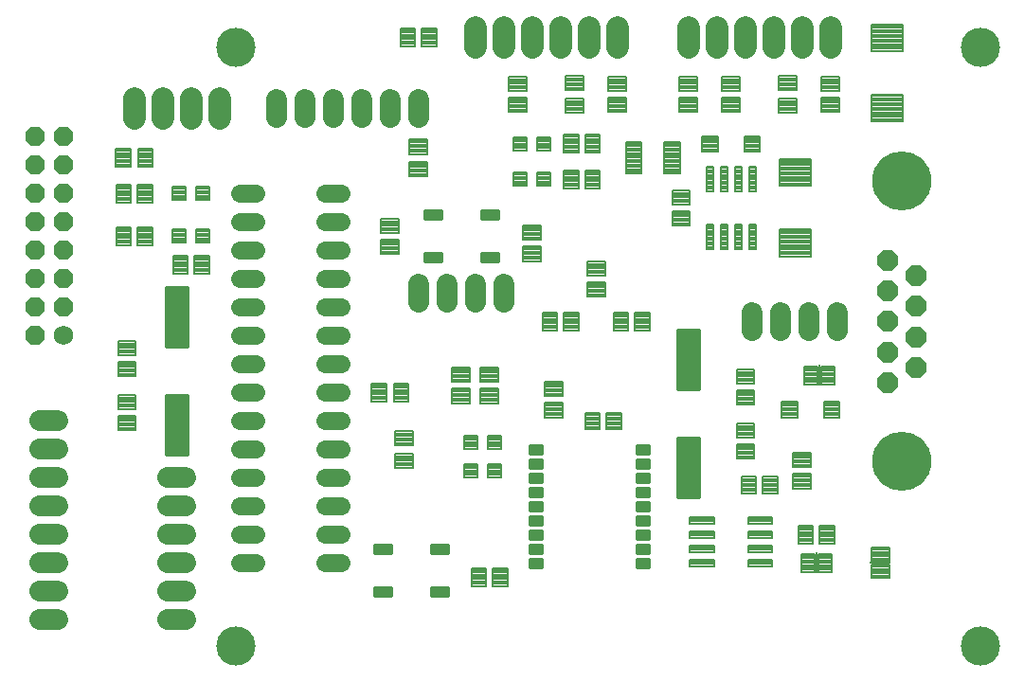
<source format=gts>
G75*
G70*
%OFA0B0*%
%FSLAX24Y24*%
%IPPOS*%
%LPD*%
%AMOC8*
5,1,8,0,0,1.08239X$1,22.5*
%
%ADD10C,0.0680*%
%ADD11OC8,0.0680*%
%ADD12C,0.0083*%
%ADD13C,0.0640*%
%ADD14C,0.0720*%
%ADD15C,0.0084*%
%ADD16C,0.0082*%
%ADD17C,0.0084*%
%ADD18C,0.0082*%
%ADD19C,0.0792*%
%ADD20OC8,0.0720*%
%ADD21C,0.2080*%
%ADD22C,0.0081*%
%ADD23R,0.0060X0.0720*%
%ADD24R,0.0720X0.0060*%
%ADD25C,0.0082*%
%ADD26C,0.1380*%
D10*
X004399Y013585D03*
D11*
X003399Y013585D03*
X003399Y014585D03*
X004399Y014585D03*
X004399Y015585D03*
X003399Y015585D03*
X003399Y016585D03*
X004399Y016585D03*
X004399Y017585D03*
X003399Y017585D03*
X003399Y018585D03*
X004399Y018585D03*
X004399Y019585D03*
X003399Y019585D03*
X003399Y020585D03*
X004399Y020585D03*
D12*
X006251Y019521D02*
X006761Y019521D01*
X006251Y019521D02*
X006251Y020149D01*
X006761Y020149D01*
X006761Y019521D01*
X006761Y019603D02*
X006251Y019603D01*
X006251Y019685D02*
X006761Y019685D01*
X006761Y019767D02*
X006251Y019767D01*
X006251Y019849D02*
X006761Y019849D01*
X006761Y019931D02*
X006251Y019931D01*
X006251Y020013D02*
X006761Y020013D01*
X006761Y020095D02*
X006251Y020095D01*
X007038Y019521D02*
X007548Y019521D01*
X007038Y019521D02*
X007038Y020149D01*
X007548Y020149D01*
X007548Y019521D01*
X007548Y019603D02*
X007038Y019603D01*
X007038Y019685D02*
X007548Y019685D01*
X007548Y019767D02*
X007038Y019767D01*
X007038Y019849D02*
X007548Y019849D01*
X007548Y019931D02*
X007038Y019931D01*
X007038Y020013D02*
X007548Y020013D01*
X007548Y020095D02*
X007038Y020095D01*
X007018Y018271D02*
X007528Y018271D01*
X007018Y018271D02*
X007018Y018899D01*
X007528Y018899D01*
X007528Y018271D01*
X007528Y018353D02*
X007018Y018353D01*
X007018Y018435D02*
X007528Y018435D01*
X007528Y018517D02*
X007018Y018517D01*
X007018Y018599D02*
X007528Y018599D01*
X007528Y018681D02*
X007018Y018681D01*
X007018Y018763D02*
X007528Y018763D01*
X007528Y018845D02*
X007018Y018845D01*
X006780Y018271D02*
X006270Y018271D01*
X006270Y018899D01*
X006780Y018899D01*
X006780Y018271D01*
X006780Y018353D02*
X006270Y018353D01*
X006270Y018435D02*
X006780Y018435D01*
X006780Y018517D02*
X006270Y018517D01*
X006270Y018599D02*
X006780Y018599D01*
X006780Y018681D02*
X006270Y018681D01*
X006270Y018763D02*
X006780Y018763D01*
X006780Y018845D02*
X006270Y018845D01*
X008721Y018820D02*
X008721Y018350D01*
X008251Y018350D01*
X008251Y018820D01*
X008721Y018820D01*
X008721Y018432D02*
X008251Y018432D01*
X008251Y018514D02*
X008721Y018514D01*
X008721Y018596D02*
X008251Y018596D01*
X008251Y018678D02*
X008721Y018678D01*
X008721Y018760D02*
X008251Y018760D01*
X009548Y018820D02*
X009548Y018350D01*
X009078Y018350D01*
X009078Y018820D01*
X009548Y018820D01*
X009548Y018432D02*
X009078Y018432D01*
X009078Y018514D02*
X009548Y018514D01*
X009548Y018596D02*
X009078Y018596D01*
X009078Y018678D02*
X009548Y018678D01*
X009548Y018760D02*
X009078Y018760D01*
X009078Y017320D02*
X009078Y016850D01*
X009078Y017320D02*
X009548Y017320D01*
X009548Y016850D01*
X009078Y016850D01*
X009078Y016932D02*
X009548Y016932D01*
X009548Y017014D02*
X009078Y017014D01*
X009078Y017096D02*
X009548Y017096D01*
X009548Y017178D02*
X009078Y017178D01*
X009078Y017260D02*
X009548Y017260D01*
X008251Y017320D02*
X008251Y016850D01*
X008251Y017320D02*
X008721Y017320D01*
X008721Y016850D01*
X008251Y016850D01*
X008251Y016932D02*
X008721Y016932D01*
X008721Y017014D02*
X008251Y017014D01*
X008251Y017096D02*
X008721Y017096D01*
X008721Y017178D02*
X008251Y017178D01*
X008251Y017260D02*
X008721Y017260D01*
X007528Y016771D02*
X007018Y016771D01*
X007018Y017399D01*
X007528Y017399D01*
X007528Y016771D01*
X007528Y016853D02*
X007018Y016853D01*
X007018Y016935D02*
X007528Y016935D01*
X007528Y017017D02*
X007018Y017017D01*
X007018Y017099D02*
X007528Y017099D01*
X007528Y017181D02*
X007018Y017181D01*
X007018Y017263D02*
X007528Y017263D01*
X007528Y017345D02*
X007018Y017345D01*
X006780Y016771D02*
X006270Y016771D01*
X006270Y017399D01*
X006780Y017399D01*
X006780Y016771D01*
X006780Y016853D02*
X006270Y016853D01*
X006270Y016935D02*
X006780Y016935D01*
X006780Y017017D02*
X006270Y017017D01*
X006270Y017099D02*
X006780Y017099D01*
X006780Y017181D02*
X006270Y017181D01*
X006270Y017263D02*
X006780Y017263D01*
X006780Y017345D02*
X006270Y017345D01*
X008270Y016399D02*
X008780Y016399D01*
X008780Y015771D01*
X008270Y015771D01*
X008270Y016399D01*
X008270Y015853D02*
X008780Y015853D01*
X008780Y015935D02*
X008270Y015935D01*
X008270Y016017D02*
X008780Y016017D01*
X008780Y016099D02*
X008270Y016099D01*
X008270Y016181D02*
X008780Y016181D01*
X008780Y016263D02*
X008270Y016263D01*
X008270Y016345D02*
X008780Y016345D01*
X009018Y016399D02*
X009528Y016399D01*
X009528Y015771D01*
X009018Y015771D01*
X009018Y016399D01*
X009018Y015853D02*
X009528Y015853D01*
X009528Y015935D02*
X009018Y015935D01*
X009018Y016017D02*
X009528Y016017D01*
X009528Y016099D02*
X009018Y016099D01*
X009018Y016181D02*
X009528Y016181D01*
X009528Y016263D02*
X009018Y016263D01*
X009018Y016345D02*
X009528Y016345D01*
X006943Y013414D02*
X006943Y012904D01*
X006355Y012904D01*
X006355Y013414D01*
X006943Y013414D01*
X006943Y012986D02*
X006355Y012986D01*
X006355Y013068D02*
X006943Y013068D01*
X006943Y013150D02*
X006355Y013150D01*
X006355Y013232D02*
X006943Y013232D01*
X006943Y013314D02*
X006355Y013314D01*
X006355Y013396D02*
X006943Y013396D01*
X006943Y012666D02*
X006943Y012156D01*
X006355Y012156D01*
X006355Y012666D01*
X006943Y012666D01*
X006943Y012238D02*
X006355Y012238D01*
X006355Y012320D02*
X006943Y012320D01*
X006943Y012402D02*
X006355Y012402D01*
X006355Y012484D02*
X006943Y012484D01*
X006943Y012566D02*
X006355Y012566D01*
X006355Y012648D02*
X006943Y012648D01*
X006355Y011514D02*
X006355Y011004D01*
X006355Y011514D02*
X006943Y011514D01*
X006943Y011004D01*
X006355Y011004D01*
X006355Y011086D02*
X006943Y011086D01*
X006943Y011168D02*
X006355Y011168D01*
X006355Y011250D02*
X006943Y011250D01*
X006943Y011332D02*
X006355Y011332D01*
X006355Y011414D02*
X006943Y011414D01*
X006943Y011496D02*
X006355Y011496D01*
X006355Y010766D02*
X006355Y010256D01*
X006355Y010766D02*
X006943Y010766D01*
X006943Y010256D01*
X006355Y010256D01*
X006355Y010338D02*
X006943Y010338D01*
X006943Y010420D02*
X006355Y010420D01*
X006355Y010502D02*
X006943Y010502D01*
X006943Y010584D02*
X006355Y010584D01*
X006355Y010666D02*
X006943Y010666D01*
X006943Y010748D02*
X006355Y010748D01*
X015251Y011271D02*
X015761Y011271D01*
X015251Y011271D02*
X015251Y011899D01*
X015761Y011899D01*
X015761Y011271D01*
X015761Y011353D02*
X015251Y011353D01*
X015251Y011435D02*
X015761Y011435D01*
X015761Y011517D02*
X015251Y011517D01*
X015251Y011599D02*
X015761Y011599D01*
X015761Y011681D02*
X015251Y011681D01*
X015251Y011763D02*
X015761Y011763D01*
X015761Y011845D02*
X015251Y011845D01*
X016038Y011271D02*
X016548Y011271D01*
X016038Y011271D02*
X016038Y011899D01*
X016548Y011899D01*
X016548Y011271D01*
X016548Y011353D02*
X016038Y011353D01*
X016038Y011435D02*
X016548Y011435D01*
X016548Y011517D02*
X016038Y011517D01*
X016038Y011599D02*
X016548Y011599D01*
X016548Y011681D02*
X016038Y011681D01*
X016038Y011763D02*
X016548Y011763D01*
X016548Y011845D02*
X016038Y011845D01*
X018713Y011954D02*
X018713Y012464D01*
X018713Y011954D02*
X018085Y011954D01*
X018085Y012464D01*
X018713Y012464D01*
X018713Y012036D02*
X018085Y012036D01*
X018085Y012118D02*
X018713Y012118D01*
X018713Y012200D02*
X018085Y012200D01*
X018085Y012282D02*
X018713Y012282D01*
X018713Y012364D02*
X018085Y012364D01*
X018085Y012446D02*
X018713Y012446D01*
X019713Y012464D02*
X019713Y011954D01*
X019085Y011954D01*
X019085Y012464D01*
X019713Y012464D01*
X019713Y012036D02*
X019085Y012036D01*
X019085Y012118D02*
X019713Y012118D01*
X019713Y012200D02*
X019085Y012200D01*
X019085Y012282D02*
X019713Y012282D01*
X019713Y012364D02*
X019085Y012364D01*
X019085Y012446D02*
X019713Y012446D01*
X019713Y011716D02*
X019713Y011206D01*
X019085Y011206D01*
X019085Y011716D01*
X019713Y011716D01*
X019713Y011288D02*
X019085Y011288D01*
X019085Y011370D02*
X019713Y011370D01*
X019713Y011452D02*
X019085Y011452D01*
X019085Y011534D02*
X019713Y011534D01*
X019713Y011616D02*
X019085Y011616D01*
X019085Y011698D02*
X019713Y011698D01*
X018713Y011716D02*
X018713Y011206D01*
X018085Y011206D01*
X018085Y011716D01*
X018713Y011716D01*
X018713Y011288D02*
X018085Y011288D01*
X018085Y011370D02*
X018713Y011370D01*
X018713Y011452D02*
X018085Y011452D01*
X018085Y011534D02*
X018713Y011534D01*
X018713Y011616D02*
X018085Y011616D01*
X018085Y011698D02*
X018713Y011698D01*
X018501Y010070D02*
X018501Y009600D01*
X018501Y010070D02*
X018971Y010070D01*
X018971Y009600D01*
X018501Y009600D01*
X018501Y009682D02*
X018971Y009682D01*
X018971Y009764D02*
X018501Y009764D01*
X018501Y009846D02*
X018971Y009846D01*
X018971Y009928D02*
X018501Y009928D01*
X018501Y010010D02*
X018971Y010010D01*
X019328Y010070D02*
X019328Y009600D01*
X019328Y010070D02*
X019798Y010070D01*
X019798Y009600D01*
X019328Y009600D01*
X019328Y009682D02*
X019798Y009682D01*
X019798Y009764D02*
X019328Y009764D01*
X019328Y009846D02*
X019798Y009846D01*
X019798Y009928D02*
X019328Y009928D01*
X019328Y010010D02*
X019798Y010010D01*
X019328Y009070D02*
X019328Y008600D01*
X019328Y009070D02*
X019798Y009070D01*
X019798Y008600D01*
X019328Y008600D01*
X019328Y008682D02*
X019798Y008682D01*
X019798Y008764D02*
X019328Y008764D01*
X019328Y008846D02*
X019798Y008846D01*
X019798Y008928D02*
X019328Y008928D01*
X019328Y009010D02*
X019798Y009010D01*
X018501Y009070D02*
X018501Y008600D01*
X018501Y009070D02*
X018971Y009070D01*
X018971Y008600D01*
X018501Y008600D01*
X018501Y008682D02*
X018971Y008682D01*
X018971Y008764D02*
X018501Y008764D01*
X018501Y008846D02*
X018971Y008846D01*
X018971Y008928D02*
X018501Y008928D01*
X018501Y009010D02*
X018971Y009010D01*
X016085Y008937D02*
X016085Y009447D01*
X016713Y009447D01*
X016713Y008937D01*
X016085Y008937D01*
X016085Y009019D02*
X016713Y009019D01*
X016713Y009101D02*
X016085Y009101D01*
X016085Y009183D02*
X016713Y009183D01*
X016713Y009265D02*
X016085Y009265D01*
X016085Y009347D02*
X016713Y009347D01*
X016713Y009429D02*
X016085Y009429D01*
X016085Y009724D02*
X016085Y010234D01*
X016713Y010234D01*
X016713Y009724D01*
X016085Y009724D01*
X016085Y009806D02*
X016713Y009806D01*
X016713Y009888D02*
X016085Y009888D01*
X016085Y009970D02*
X016713Y009970D01*
X016713Y010052D02*
X016085Y010052D01*
X016085Y010134D02*
X016713Y010134D01*
X016713Y010216D02*
X016085Y010216D01*
X021963Y010706D02*
X021963Y011216D01*
X021963Y010706D02*
X021335Y010706D01*
X021335Y011216D01*
X021963Y011216D01*
X021963Y010788D02*
X021335Y010788D01*
X021335Y010870D02*
X021963Y010870D01*
X021963Y010952D02*
X021335Y010952D01*
X021335Y011034D02*
X021963Y011034D01*
X021963Y011116D02*
X021335Y011116D01*
X021335Y011198D02*
X021963Y011198D01*
X021963Y011454D02*
X021963Y011964D01*
X021963Y011454D02*
X021335Y011454D01*
X021335Y011964D01*
X021963Y011964D01*
X021963Y011536D02*
X021335Y011536D01*
X021335Y011618D02*
X021963Y011618D01*
X021963Y011700D02*
X021335Y011700D01*
X021335Y011782D02*
X021963Y011782D01*
X021963Y011864D02*
X021335Y011864D01*
X021335Y011946D02*
X021963Y011946D01*
X022770Y010879D02*
X023280Y010879D01*
X023280Y010291D01*
X022770Y010291D01*
X022770Y010879D01*
X022770Y010373D02*
X023280Y010373D01*
X023280Y010455D02*
X022770Y010455D01*
X022770Y010537D02*
X023280Y010537D01*
X023280Y010619D02*
X022770Y010619D01*
X022770Y010701D02*
X023280Y010701D01*
X023280Y010783D02*
X022770Y010783D01*
X022770Y010865D02*
X023280Y010865D01*
X023518Y010879D02*
X024028Y010879D01*
X024028Y010291D01*
X023518Y010291D01*
X023518Y010879D01*
X023518Y010373D02*
X024028Y010373D01*
X024028Y010455D02*
X023518Y010455D01*
X023518Y010537D02*
X024028Y010537D01*
X024028Y010619D02*
X023518Y010619D01*
X023518Y010701D02*
X024028Y010701D01*
X024028Y010783D02*
X023518Y010783D01*
X023518Y010865D02*
X024028Y010865D01*
X028693Y011156D02*
X028693Y011666D01*
X028693Y011156D02*
X028105Y011156D01*
X028105Y011666D01*
X028693Y011666D01*
X028693Y011238D02*
X028105Y011238D01*
X028105Y011320D02*
X028693Y011320D01*
X028693Y011402D02*
X028105Y011402D01*
X028105Y011484D02*
X028693Y011484D01*
X028693Y011566D02*
X028105Y011566D01*
X028105Y011648D02*
X028693Y011648D01*
X028693Y011904D02*
X028693Y012414D01*
X028693Y011904D02*
X028105Y011904D01*
X028105Y012414D01*
X028693Y012414D01*
X028693Y011986D02*
X028105Y011986D01*
X028105Y012068D02*
X028693Y012068D01*
X028693Y012150D02*
X028105Y012150D01*
X028105Y012232D02*
X028693Y012232D01*
X028693Y012314D02*
X028105Y012314D01*
X028105Y012396D02*
X028693Y012396D01*
X028105Y010514D02*
X028105Y010004D01*
X028105Y010514D02*
X028693Y010514D01*
X028693Y010004D01*
X028105Y010004D01*
X028105Y010086D02*
X028693Y010086D01*
X028693Y010168D02*
X028105Y010168D01*
X028105Y010250D02*
X028693Y010250D01*
X028693Y010332D02*
X028105Y010332D01*
X028105Y010414D02*
X028693Y010414D01*
X028693Y010496D02*
X028105Y010496D01*
X028105Y009766D02*
X028105Y009256D01*
X028105Y009766D02*
X028693Y009766D01*
X028693Y009256D01*
X028105Y009256D01*
X028105Y009338D02*
X028693Y009338D01*
X028693Y009420D02*
X028105Y009420D01*
X028105Y009502D02*
X028693Y009502D01*
X028693Y009584D02*
X028105Y009584D01*
X028105Y009666D02*
X028693Y009666D01*
X028693Y009748D02*
X028105Y009748D01*
X028270Y008629D02*
X028780Y008629D01*
X028780Y008041D01*
X028270Y008041D01*
X028270Y008629D01*
X028270Y008123D02*
X028780Y008123D01*
X028780Y008205D02*
X028270Y008205D01*
X028270Y008287D02*
X028780Y008287D01*
X028780Y008369D02*
X028270Y008369D01*
X028270Y008451D02*
X028780Y008451D01*
X028780Y008533D02*
X028270Y008533D01*
X028270Y008615D02*
X028780Y008615D01*
X029018Y008629D02*
X029528Y008629D01*
X029528Y008041D01*
X029018Y008041D01*
X029018Y008629D01*
X029018Y008123D02*
X029528Y008123D01*
X029528Y008205D02*
X029018Y008205D01*
X029018Y008287D02*
X029528Y008287D01*
X029528Y008369D02*
X029018Y008369D01*
X029018Y008451D02*
X029528Y008451D01*
X029528Y008533D02*
X029018Y008533D01*
X029018Y008615D02*
X029528Y008615D01*
X030085Y008716D02*
X030085Y008206D01*
X030085Y008716D02*
X030713Y008716D01*
X030713Y008206D01*
X030085Y008206D01*
X030085Y008288D02*
X030713Y008288D01*
X030713Y008370D02*
X030085Y008370D01*
X030085Y008452D02*
X030713Y008452D01*
X030713Y008534D02*
X030085Y008534D01*
X030085Y008616D02*
X030713Y008616D01*
X030713Y008698D02*
X030085Y008698D01*
X030085Y008954D02*
X030085Y009464D01*
X030713Y009464D01*
X030713Y008954D01*
X030085Y008954D01*
X030085Y009036D02*
X030713Y009036D01*
X030713Y009118D02*
X030085Y009118D01*
X030085Y009200D02*
X030713Y009200D01*
X030713Y009282D02*
X030085Y009282D01*
X030085Y009364D02*
X030713Y009364D01*
X030713Y009446D02*
X030085Y009446D01*
X030270Y006899D02*
X030780Y006899D01*
X030780Y006271D01*
X030270Y006271D01*
X030270Y006899D01*
X030270Y006353D02*
X030780Y006353D01*
X030780Y006435D02*
X030270Y006435D01*
X030270Y006517D02*
X030780Y006517D01*
X030780Y006599D02*
X030270Y006599D01*
X030270Y006681D02*
X030780Y006681D01*
X030780Y006763D02*
X030270Y006763D01*
X030270Y006845D02*
X030780Y006845D01*
X031018Y006899D02*
X031528Y006899D01*
X031528Y006271D01*
X031018Y006271D01*
X031018Y006899D01*
X031018Y006353D02*
X031528Y006353D01*
X031528Y006435D02*
X031018Y006435D01*
X031018Y006517D02*
X031528Y006517D01*
X031528Y006599D02*
X031018Y006599D01*
X031018Y006681D02*
X031528Y006681D01*
X031528Y006763D02*
X031018Y006763D01*
X031018Y006845D02*
X031528Y006845D01*
X025028Y014399D02*
X024518Y014399D01*
X025028Y014399D02*
X025028Y013771D01*
X024518Y013771D01*
X024518Y014399D01*
X024518Y013853D02*
X025028Y013853D01*
X025028Y013935D02*
X024518Y013935D01*
X024518Y014017D02*
X025028Y014017D01*
X025028Y014099D02*
X024518Y014099D01*
X024518Y014181D02*
X025028Y014181D01*
X025028Y014263D02*
X024518Y014263D01*
X024518Y014345D02*
X025028Y014345D01*
X024280Y014399D02*
X023770Y014399D01*
X024280Y014399D02*
X024280Y013771D01*
X023770Y013771D01*
X023770Y014399D01*
X023770Y013853D02*
X024280Y013853D01*
X024280Y013935D02*
X023770Y013935D01*
X023770Y014017D02*
X024280Y014017D01*
X024280Y014099D02*
X023770Y014099D01*
X023770Y014181D02*
X024280Y014181D01*
X024280Y014263D02*
X023770Y014263D01*
X023770Y014345D02*
X024280Y014345D01*
X023463Y014956D02*
X023463Y015466D01*
X023463Y014956D02*
X022835Y014956D01*
X022835Y015466D01*
X023463Y015466D01*
X023463Y015038D02*
X022835Y015038D01*
X022835Y015120D02*
X023463Y015120D01*
X023463Y015202D02*
X022835Y015202D01*
X022835Y015284D02*
X023463Y015284D01*
X023463Y015366D02*
X022835Y015366D01*
X022835Y015448D02*
X023463Y015448D01*
X023463Y015704D02*
X023463Y016214D01*
X023463Y015704D02*
X022835Y015704D01*
X022835Y016214D01*
X023463Y016214D01*
X023463Y015786D02*
X022835Y015786D01*
X022835Y015868D02*
X023463Y015868D01*
X023463Y015950D02*
X022835Y015950D01*
X022835Y016032D02*
X023463Y016032D01*
X023463Y016114D02*
X022835Y016114D01*
X022835Y016196D02*
X023463Y016196D01*
X021213Y016206D02*
X021213Y016716D01*
X021213Y016206D02*
X020585Y016206D01*
X020585Y016716D01*
X021213Y016716D01*
X021213Y016288D02*
X020585Y016288D01*
X020585Y016370D02*
X021213Y016370D01*
X021213Y016452D02*
X020585Y016452D01*
X020585Y016534D02*
X021213Y016534D01*
X021213Y016616D02*
X020585Y016616D01*
X020585Y016698D02*
X021213Y016698D01*
X021213Y016954D02*
X021213Y017464D01*
X021213Y016954D02*
X020585Y016954D01*
X020585Y017464D01*
X021213Y017464D01*
X021213Y017036D02*
X020585Y017036D01*
X020585Y017118D02*
X021213Y017118D01*
X021213Y017200D02*
X020585Y017200D01*
X020585Y017282D02*
X021213Y017282D01*
X021213Y017364D02*
X020585Y017364D01*
X020585Y017446D02*
X021213Y017446D01*
X021548Y018850D02*
X021548Y019320D01*
X021548Y018850D02*
X021078Y018850D01*
X021078Y019320D01*
X021548Y019320D01*
X021548Y018932D02*
X021078Y018932D01*
X021078Y019014D02*
X021548Y019014D01*
X021548Y019096D02*
X021078Y019096D01*
X021078Y019178D02*
X021548Y019178D01*
X021548Y019260D02*
X021078Y019260D01*
X020721Y019320D02*
X020721Y018850D01*
X020251Y018850D01*
X020251Y019320D01*
X020721Y019320D01*
X020721Y018932D02*
X020251Y018932D01*
X020251Y019014D02*
X020721Y019014D01*
X020721Y019096D02*
X020251Y019096D01*
X020251Y019178D02*
X020721Y019178D01*
X020721Y019260D02*
X020251Y019260D01*
X020721Y020100D02*
X020721Y020570D01*
X020721Y020100D02*
X020251Y020100D01*
X020251Y020570D01*
X020721Y020570D01*
X020721Y020182D02*
X020251Y020182D01*
X020251Y020264D02*
X020721Y020264D01*
X020721Y020346D02*
X020251Y020346D01*
X020251Y020428D02*
X020721Y020428D01*
X020721Y020510D02*
X020251Y020510D01*
X021548Y020570D02*
X021548Y020100D01*
X021078Y020100D01*
X021078Y020570D01*
X021548Y020570D01*
X021548Y020182D02*
X021078Y020182D01*
X021078Y020264D02*
X021548Y020264D01*
X021548Y020346D02*
X021078Y020346D01*
X021078Y020428D02*
X021548Y020428D01*
X021548Y020510D02*
X021078Y020510D01*
X022020Y020649D02*
X022530Y020649D01*
X022530Y020021D01*
X022020Y020021D01*
X022020Y020649D01*
X022020Y020103D02*
X022530Y020103D01*
X022530Y020185D02*
X022020Y020185D01*
X022020Y020267D02*
X022530Y020267D01*
X022530Y020349D02*
X022020Y020349D01*
X022020Y020431D02*
X022530Y020431D01*
X022530Y020513D02*
X022020Y020513D01*
X022020Y020595D02*
X022530Y020595D01*
X022768Y020649D02*
X023278Y020649D01*
X023278Y020021D01*
X022768Y020021D01*
X022768Y020649D01*
X022768Y020103D02*
X023278Y020103D01*
X023278Y020185D02*
X022768Y020185D01*
X022768Y020267D02*
X023278Y020267D01*
X023278Y020349D02*
X022768Y020349D01*
X022768Y020431D02*
X023278Y020431D01*
X023278Y020513D02*
X022768Y020513D01*
X022768Y020595D02*
X023278Y020595D01*
X023585Y021456D02*
X023585Y021966D01*
X024213Y021966D01*
X024213Y021456D01*
X023585Y021456D01*
X023585Y021538D02*
X024213Y021538D01*
X024213Y021620D02*
X023585Y021620D01*
X023585Y021702D02*
X024213Y021702D01*
X024213Y021784D02*
X023585Y021784D01*
X023585Y021866D02*
X024213Y021866D01*
X024213Y021948D02*
X023585Y021948D01*
X023585Y022204D02*
X023585Y022714D01*
X024213Y022714D01*
X024213Y022204D01*
X023585Y022204D01*
X023585Y022286D02*
X024213Y022286D01*
X024213Y022368D02*
X023585Y022368D01*
X023585Y022450D02*
X024213Y022450D01*
X024213Y022532D02*
X023585Y022532D01*
X023585Y022614D02*
X024213Y022614D01*
X024213Y022696D02*
X023585Y022696D01*
X022085Y022734D02*
X022085Y022224D01*
X022085Y022734D02*
X022713Y022734D01*
X022713Y022224D01*
X022085Y022224D01*
X022085Y022306D02*
X022713Y022306D01*
X022713Y022388D02*
X022085Y022388D01*
X022085Y022470D02*
X022713Y022470D01*
X022713Y022552D02*
X022085Y022552D01*
X022085Y022634D02*
X022713Y022634D01*
X022713Y022716D02*
X022085Y022716D01*
X022085Y021947D02*
X022085Y021437D01*
X022085Y021947D02*
X022713Y021947D01*
X022713Y021437D01*
X022085Y021437D01*
X022085Y021519D02*
X022713Y021519D01*
X022713Y021601D02*
X022085Y021601D01*
X022085Y021683D02*
X022713Y021683D01*
X022713Y021765D02*
X022085Y021765D01*
X022085Y021847D02*
X022713Y021847D01*
X022713Y021929D02*
X022085Y021929D01*
X020085Y021966D02*
X020085Y021456D01*
X020085Y021966D02*
X020713Y021966D01*
X020713Y021456D01*
X020085Y021456D01*
X020085Y021538D02*
X020713Y021538D01*
X020713Y021620D02*
X020085Y021620D01*
X020085Y021702D02*
X020713Y021702D01*
X020713Y021784D02*
X020085Y021784D01*
X020085Y021866D02*
X020713Y021866D01*
X020713Y021948D02*
X020085Y021948D01*
X020085Y022204D02*
X020085Y022714D01*
X020713Y022714D01*
X020713Y022204D01*
X020085Y022204D01*
X020085Y022286D02*
X020713Y022286D01*
X020713Y022368D02*
X020085Y022368D01*
X020085Y022450D02*
X020713Y022450D01*
X020713Y022532D02*
X020085Y022532D01*
X020085Y022614D02*
X020713Y022614D01*
X020713Y022696D02*
X020085Y022696D01*
X017528Y023771D02*
X017018Y023771D01*
X017018Y024399D01*
X017528Y024399D01*
X017528Y023771D01*
X017528Y023853D02*
X017018Y023853D01*
X017018Y023935D02*
X017528Y023935D01*
X017528Y024017D02*
X017018Y024017D01*
X017018Y024099D02*
X017528Y024099D01*
X017528Y024181D02*
X017018Y024181D01*
X017018Y024263D02*
X017528Y024263D01*
X017528Y024345D02*
X017018Y024345D01*
X016780Y023771D02*
X016270Y023771D01*
X016270Y024399D01*
X016780Y024399D01*
X016780Y023771D01*
X016780Y023853D02*
X016270Y023853D01*
X016270Y023935D02*
X016780Y023935D01*
X016780Y024017D02*
X016270Y024017D01*
X016270Y024099D02*
X016780Y024099D01*
X016780Y024181D02*
X016270Y024181D01*
X016270Y024263D02*
X016780Y024263D01*
X016780Y024345D02*
X016270Y024345D01*
X016585Y020484D02*
X016585Y019974D01*
X016585Y020484D02*
X017213Y020484D01*
X017213Y019974D01*
X016585Y019974D01*
X016585Y020056D02*
X017213Y020056D01*
X017213Y020138D02*
X016585Y020138D01*
X016585Y020220D02*
X017213Y020220D01*
X017213Y020302D02*
X016585Y020302D01*
X016585Y020384D02*
X017213Y020384D01*
X017213Y020466D02*
X016585Y020466D01*
X016585Y019697D02*
X016585Y019187D01*
X016585Y019697D02*
X017213Y019697D01*
X017213Y019187D01*
X016585Y019187D01*
X016585Y019269D02*
X017213Y019269D01*
X017213Y019351D02*
X016585Y019351D01*
X016585Y019433D02*
X017213Y019433D01*
X017213Y019515D02*
X016585Y019515D01*
X016585Y019597D02*
X017213Y019597D01*
X017213Y019679D02*
X016585Y019679D01*
X015585Y017714D02*
X015585Y017204D01*
X015585Y017714D02*
X016213Y017714D01*
X016213Y017204D01*
X015585Y017204D01*
X015585Y017286D02*
X016213Y017286D01*
X016213Y017368D02*
X015585Y017368D01*
X015585Y017450D02*
X016213Y017450D01*
X016213Y017532D02*
X015585Y017532D01*
X015585Y017614D02*
X016213Y017614D01*
X016213Y017696D02*
X015585Y017696D01*
X015585Y016966D02*
X015585Y016456D01*
X015585Y016966D02*
X016213Y016966D01*
X016213Y016456D01*
X015585Y016456D01*
X015585Y016538D02*
X016213Y016538D01*
X016213Y016620D02*
X015585Y016620D01*
X015585Y016702D02*
X016213Y016702D01*
X016213Y016784D02*
X015585Y016784D01*
X015585Y016866D02*
X016213Y016866D01*
X016213Y016948D02*
X015585Y016948D01*
X021270Y014399D02*
X021780Y014399D01*
X021780Y013771D01*
X021270Y013771D01*
X021270Y014399D01*
X021270Y013853D02*
X021780Y013853D01*
X021780Y013935D02*
X021270Y013935D01*
X021270Y014017D02*
X021780Y014017D01*
X021780Y014099D02*
X021270Y014099D01*
X021270Y014181D02*
X021780Y014181D01*
X021780Y014263D02*
X021270Y014263D01*
X021270Y014345D02*
X021780Y014345D01*
X022018Y014399D02*
X022528Y014399D01*
X022528Y013771D01*
X022018Y013771D01*
X022018Y014399D01*
X022018Y013853D02*
X022528Y013853D01*
X022528Y013935D02*
X022018Y013935D01*
X022018Y014017D02*
X022528Y014017D01*
X022528Y014099D02*
X022018Y014099D01*
X022018Y014181D02*
X022528Y014181D01*
X022528Y014263D02*
X022018Y014263D01*
X022018Y014345D02*
X022528Y014345D01*
X025855Y017456D02*
X025855Y017966D01*
X026443Y017966D01*
X026443Y017456D01*
X025855Y017456D01*
X025855Y017538D02*
X026443Y017538D01*
X026443Y017620D02*
X025855Y017620D01*
X025855Y017702D02*
X026443Y017702D01*
X026443Y017784D02*
X025855Y017784D01*
X025855Y017866D02*
X026443Y017866D01*
X026443Y017948D02*
X025855Y017948D01*
X025855Y018204D02*
X025855Y018714D01*
X026443Y018714D01*
X026443Y018204D01*
X025855Y018204D01*
X025855Y018286D02*
X026443Y018286D01*
X026443Y018368D02*
X025855Y018368D01*
X025855Y018450D02*
X026443Y018450D01*
X026443Y018532D02*
X025855Y018532D01*
X025855Y018614D02*
X026443Y018614D01*
X026443Y018696D02*
X025855Y018696D01*
X023278Y019399D02*
X022768Y019399D01*
X023278Y019399D02*
X023278Y018771D01*
X022768Y018771D01*
X022768Y019399D01*
X022768Y018853D02*
X023278Y018853D01*
X023278Y018935D02*
X022768Y018935D01*
X022768Y019017D02*
X023278Y019017D01*
X023278Y019099D02*
X022768Y019099D01*
X022768Y019181D02*
X023278Y019181D01*
X023278Y019263D02*
X022768Y019263D01*
X022768Y019345D02*
X023278Y019345D01*
X022530Y019399D02*
X022020Y019399D01*
X022530Y019399D02*
X022530Y018771D01*
X022020Y018771D01*
X022020Y019399D01*
X022020Y018853D02*
X022530Y018853D01*
X022530Y018935D02*
X022020Y018935D01*
X022020Y019017D02*
X022530Y019017D01*
X022530Y019099D02*
X022020Y019099D01*
X022020Y019181D02*
X022530Y019181D01*
X022530Y019263D02*
X022020Y019263D01*
X022020Y019345D02*
X022530Y019345D01*
X026713Y021456D02*
X026713Y021966D01*
X026713Y021456D02*
X026085Y021456D01*
X026085Y021966D01*
X026713Y021966D01*
X026713Y021538D02*
X026085Y021538D01*
X026085Y021620D02*
X026713Y021620D01*
X026713Y021702D02*
X026085Y021702D01*
X026085Y021784D02*
X026713Y021784D01*
X026713Y021866D02*
X026085Y021866D01*
X026085Y021948D02*
X026713Y021948D01*
X026713Y022204D02*
X026713Y022714D01*
X026713Y022204D02*
X026085Y022204D01*
X026085Y022714D01*
X026713Y022714D01*
X026713Y022286D02*
X026085Y022286D01*
X026085Y022368D02*
X026713Y022368D01*
X026713Y022450D02*
X026085Y022450D01*
X026085Y022532D02*
X026713Y022532D01*
X026713Y022614D02*
X026085Y022614D01*
X026085Y022696D02*
X026713Y022696D01*
X027585Y022714D02*
X027585Y022204D01*
X027585Y022714D02*
X028213Y022714D01*
X028213Y022204D01*
X027585Y022204D01*
X027585Y022286D02*
X028213Y022286D01*
X028213Y022368D02*
X027585Y022368D01*
X027585Y022450D02*
X028213Y022450D01*
X028213Y022532D02*
X027585Y022532D01*
X027585Y022614D02*
X028213Y022614D01*
X028213Y022696D02*
X027585Y022696D01*
X027585Y021966D02*
X027585Y021456D01*
X027585Y021966D02*
X028213Y021966D01*
X028213Y021456D01*
X027585Y021456D01*
X027585Y021538D02*
X028213Y021538D01*
X028213Y021620D02*
X027585Y021620D01*
X027585Y021702D02*
X028213Y021702D01*
X028213Y021784D02*
X027585Y021784D01*
X027585Y021866D02*
X028213Y021866D01*
X028213Y021948D02*
X027585Y021948D01*
X029585Y021947D02*
X029585Y021437D01*
X029585Y021947D02*
X030213Y021947D01*
X030213Y021437D01*
X029585Y021437D01*
X029585Y021519D02*
X030213Y021519D01*
X030213Y021601D02*
X029585Y021601D01*
X029585Y021683D02*
X030213Y021683D01*
X030213Y021765D02*
X029585Y021765D01*
X029585Y021847D02*
X030213Y021847D01*
X030213Y021929D02*
X029585Y021929D01*
X029585Y022224D02*
X029585Y022734D01*
X030213Y022734D01*
X030213Y022224D01*
X029585Y022224D01*
X029585Y022306D02*
X030213Y022306D01*
X030213Y022388D02*
X029585Y022388D01*
X029585Y022470D02*
X030213Y022470D01*
X030213Y022552D02*
X029585Y022552D01*
X029585Y022634D02*
X030213Y022634D01*
X030213Y022716D02*
X029585Y022716D01*
X031085Y022714D02*
X031085Y022204D01*
X031085Y022714D02*
X031713Y022714D01*
X031713Y022204D01*
X031085Y022204D01*
X031085Y022286D02*
X031713Y022286D01*
X031713Y022368D02*
X031085Y022368D01*
X031085Y022450D02*
X031713Y022450D01*
X031713Y022532D02*
X031085Y022532D01*
X031085Y022614D02*
X031713Y022614D01*
X031713Y022696D02*
X031085Y022696D01*
X031085Y021966D02*
X031085Y021456D01*
X031085Y021966D02*
X031713Y021966D01*
X031713Y021456D01*
X031085Y021456D01*
X031085Y021538D02*
X031713Y021538D01*
X031713Y021620D02*
X031085Y021620D01*
X031085Y021702D02*
X031713Y021702D01*
X031713Y021784D02*
X031085Y021784D01*
X031085Y021866D02*
X031713Y021866D01*
X031713Y021948D02*
X031085Y021948D01*
X020028Y004771D02*
X019518Y004771D01*
X019518Y005399D01*
X020028Y005399D01*
X020028Y004771D01*
X020028Y004853D02*
X019518Y004853D01*
X019518Y004935D02*
X020028Y004935D01*
X020028Y005017D02*
X019518Y005017D01*
X019518Y005099D02*
X020028Y005099D01*
X020028Y005181D02*
X019518Y005181D01*
X019518Y005263D02*
X020028Y005263D01*
X020028Y005345D02*
X019518Y005345D01*
X019280Y004771D02*
X018770Y004771D01*
X018770Y005399D01*
X019280Y005399D01*
X019280Y004771D01*
X019280Y004853D02*
X018770Y004853D01*
X018770Y004935D02*
X019280Y004935D01*
X019280Y005017D02*
X018770Y005017D01*
X018770Y005099D02*
X019280Y005099D01*
X019280Y005181D02*
X018770Y005181D01*
X018770Y005263D02*
X019280Y005263D01*
X019280Y005345D02*
X018770Y005345D01*
D13*
X014179Y005585D02*
X013619Y005585D01*
X013619Y006585D02*
X014179Y006585D01*
X014179Y007585D02*
X013619Y007585D01*
X013619Y008585D02*
X014179Y008585D01*
X014179Y009585D02*
X013619Y009585D01*
X013619Y010585D02*
X014179Y010585D01*
X014179Y011585D02*
X013619Y011585D01*
X013619Y012585D02*
X014179Y012585D01*
X014179Y013585D02*
X013619Y013585D01*
X013619Y014585D02*
X014179Y014585D01*
X014179Y015585D02*
X013619Y015585D01*
X013619Y016585D02*
X014179Y016585D01*
X014179Y017585D02*
X013619Y017585D01*
X013619Y018585D02*
X014179Y018585D01*
X011179Y018585D02*
X010619Y018585D01*
X010619Y017585D02*
X011179Y017585D01*
X011179Y016585D02*
X010619Y016585D01*
X010619Y015585D02*
X011179Y015585D01*
X011179Y014585D02*
X010619Y014585D01*
X010619Y013585D02*
X011179Y013585D01*
X011179Y012585D02*
X010619Y012585D01*
X010619Y011585D02*
X011179Y011585D01*
X011179Y010585D02*
X010619Y010585D01*
X010619Y009585D02*
X011179Y009585D01*
X011179Y008585D02*
X010619Y008585D01*
X010619Y007585D02*
X011179Y007585D01*
X011179Y006585D02*
X010619Y006585D01*
X010619Y005585D02*
X011179Y005585D01*
D14*
X004219Y003585D02*
X003579Y003585D01*
X003579Y004585D02*
X004219Y004585D01*
X004219Y005585D02*
X003579Y005585D01*
X003579Y006585D02*
X004219Y006585D01*
X004219Y007585D02*
X003579Y007585D01*
X003579Y008585D02*
X004219Y008585D01*
X004219Y009585D02*
X003579Y009585D01*
X003579Y010585D02*
X004219Y010585D01*
X008079Y008585D02*
X008719Y008585D01*
X008719Y007585D02*
X008079Y007585D01*
X008079Y006585D02*
X008719Y006585D01*
X008719Y005585D02*
X008079Y005585D01*
X008079Y004585D02*
X008719Y004585D01*
X008719Y003585D02*
X008079Y003585D01*
X016899Y014765D02*
X016899Y015405D01*
X017899Y015405D02*
X017899Y014765D01*
X018899Y014765D02*
X018899Y015405D01*
X019899Y015405D02*
X019899Y014765D01*
X028649Y014405D02*
X028649Y013765D01*
X029649Y013765D02*
X029649Y014405D01*
X030649Y014405D02*
X030649Y013765D01*
X031649Y013765D02*
X031649Y014405D01*
X016899Y021265D02*
X016899Y021905D01*
X015899Y021905D02*
X015899Y021265D01*
X014899Y021265D02*
X014899Y021905D01*
X013899Y021905D02*
X013899Y021265D01*
X012899Y021265D02*
X012899Y021905D01*
X011899Y021905D02*
X011899Y021265D01*
D15*
X017697Y017983D02*
X017697Y017687D01*
X017101Y017687D01*
X017101Y017983D01*
X017697Y017983D01*
X017697Y017770D02*
X017101Y017770D01*
X017101Y017853D02*
X017697Y017853D01*
X017697Y017936D02*
X017101Y017936D01*
X019697Y017983D02*
X019697Y017687D01*
X019101Y017687D01*
X019101Y017983D01*
X019697Y017983D01*
X019697Y017770D02*
X019101Y017770D01*
X019101Y017853D02*
X019697Y017853D01*
X019697Y017936D02*
X019101Y017936D01*
X019697Y016483D02*
X019697Y016187D01*
X019101Y016187D01*
X019101Y016483D01*
X019697Y016483D01*
X019697Y016270D02*
X019101Y016270D01*
X019101Y016353D02*
X019697Y016353D01*
X019697Y016436D02*
X019101Y016436D01*
X017697Y016483D02*
X017697Y016187D01*
X017101Y016187D01*
X017101Y016483D01*
X017697Y016483D01*
X017697Y016270D02*
X017101Y016270D01*
X017101Y016353D02*
X017697Y016353D01*
X017697Y016436D02*
X017101Y016436D01*
X021237Y009733D02*
X021237Y009437D01*
X020791Y009437D01*
X020791Y009733D01*
X021237Y009733D01*
X021237Y009520D02*
X020791Y009520D01*
X020791Y009603D02*
X021237Y009603D01*
X021237Y009686D02*
X020791Y009686D01*
X021237Y009233D02*
X021237Y008937D01*
X020791Y008937D01*
X020791Y009233D01*
X021237Y009233D01*
X021237Y009020D02*
X020791Y009020D01*
X020791Y009103D02*
X021237Y009103D01*
X021237Y009186D02*
X020791Y009186D01*
X021237Y008733D02*
X021237Y008437D01*
X020791Y008437D01*
X020791Y008733D01*
X021237Y008733D01*
X021237Y008520D02*
X020791Y008520D01*
X020791Y008603D02*
X021237Y008603D01*
X021237Y008686D02*
X020791Y008686D01*
X021237Y008233D02*
X021237Y007937D01*
X020791Y007937D01*
X020791Y008233D01*
X021237Y008233D01*
X021237Y008020D02*
X020791Y008020D01*
X020791Y008103D02*
X021237Y008103D01*
X021237Y008186D02*
X020791Y008186D01*
X021237Y007733D02*
X021237Y007437D01*
X020791Y007437D01*
X020791Y007733D01*
X021237Y007733D01*
X021237Y007520D02*
X020791Y007520D01*
X020791Y007603D02*
X021237Y007603D01*
X021237Y007686D02*
X020791Y007686D01*
X021237Y007233D02*
X021237Y006937D01*
X020791Y006937D01*
X020791Y007233D01*
X021237Y007233D01*
X021237Y007020D02*
X020791Y007020D01*
X020791Y007103D02*
X021237Y007103D01*
X021237Y007186D02*
X020791Y007186D01*
X021237Y006733D02*
X021237Y006437D01*
X020791Y006437D01*
X020791Y006733D01*
X021237Y006733D01*
X021237Y006520D02*
X020791Y006520D01*
X020791Y006603D02*
X021237Y006603D01*
X021237Y006686D02*
X020791Y006686D01*
X021237Y006233D02*
X021237Y005937D01*
X020791Y005937D01*
X020791Y006233D01*
X021237Y006233D01*
X021237Y006020D02*
X020791Y006020D01*
X020791Y006103D02*
X021237Y006103D01*
X021237Y006186D02*
X020791Y006186D01*
X021237Y005733D02*
X021237Y005437D01*
X020791Y005437D01*
X020791Y005733D01*
X021237Y005733D01*
X021237Y005520D02*
X020791Y005520D01*
X020791Y005603D02*
X021237Y005603D01*
X021237Y005686D02*
X020791Y005686D01*
X017351Y005937D02*
X017351Y006233D01*
X017947Y006233D01*
X017947Y005937D01*
X017351Y005937D01*
X017351Y006020D02*
X017947Y006020D01*
X017947Y006103D02*
X017351Y006103D01*
X017351Y006186D02*
X017947Y006186D01*
X015351Y006233D02*
X015351Y005937D01*
X015351Y006233D02*
X015947Y006233D01*
X015947Y005937D01*
X015351Y005937D01*
X015351Y006020D02*
X015947Y006020D01*
X015947Y006103D02*
X015351Y006103D01*
X015351Y006186D02*
X015947Y006186D01*
X015351Y004733D02*
X015351Y004437D01*
X015351Y004733D02*
X015947Y004733D01*
X015947Y004437D01*
X015351Y004437D01*
X015351Y004520D02*
X015947Y004520D01*
X015947Y004603D02*
X015351Y004603D01*
X015351Y004686D02*
X015947Y004686D01*
X017351Y004733D02*
X017351Y004437D01*
X017351Y004733D02*
X017947Y004733D01*
X017947Y004437D01*
X017351Y004437D01*
X017351Y004520D02*
X017947Y004520D01*
X017947Y004603D02*
X017351Y004603D01*
X017351Y004686D02*
X017947Y004686D01*
X025007Y005437D02*
X025007Y005733D01*
X025007Y005437D02*
X024561Y005437D01*
X024561Y005733D01*
X025007Y005733D01*
X025007Y005520D02*
X024561Y005520D01*
X024561Y005603D02*
X025007Y005603D01*
X025007Y005686D02*
X024561Y005686D01*
X025007Y005937D02*
X025007Y006233D01*
X025007Y005937D02*
X024561Y005937D01*
X024561Y006233D01*
X025007Y006233D01*
X025007Y006020D02*
X024561Y006020D01*
X024561Y006103D02*
X025007Y006103D01*
X025007Y006186D02*
X024561Y006186D01*
X025007Y006437D02*
X025007Y006733D01*
X025007Y006437D02*
X024561Y006437D01*
X024561Y006733D01*
X025007Y006733D01*
X025007Y006520D02*
X024561Y006520D01*
X024561Y006603D02*
X025007Y006603D01*
X025007Y006686D02*
X024561Y006686D01*
X025007Y006937D02*
X025007Y007233D01*
X025007Y006937D02*
X024561Y006937D01*
X024561Y007233D01*
X025007Y007233D01*
X025007Y007020D02*
X024561Y007020D01*
X024561Y007103D02*
X025007Y007103D01*
X025007Y007186D02*
X024561Y007186D01*
X025007Y007437D02*
X025007Y007733D01*
X025007Y007437D02*
X024561Y007437D01*
X024561Y007733D01*
X025007Y007733D01*
X025007Y007520D02*
X024561Y007520D01*
X024561Y007603D02*
X025007Y007603D01*
X025007Y007686D02*
X024561Y007686D01*
X025007Y007937D02*
X025007Y008233D01*
X025007Y007937D02*
X024561Y007937D01*
X024561Y008233D01*
X025007Y008233D01*
X025007Y008020D02*
X024561Y008020D01*
X024561Y008103D02*
X025007Y008103D01*
X025007Y008186D02*
X024561Y008186D01*
X025007Y008437D02*
X025007Y008733D01*
X025007Y008437D02*
X024561Y008437D01*
X024561Y008733D01*
X025007Y008733D01*
X025007Y008520D02*
X024561Y008520D01*
X024561Y008603D02*
X025007Y008603D01*
X025007Y008686D02*
X024561Y008686D01*
X025007Y008937D02*
X025007Y009233D01*
X025007Y008937D02*
X024561Y008937D01*
X024561Y009233D01*
X025007Y009233D01*
X025007Y009020D02*
X024561Y009020D01*
X024561Y009103D02*
X025007Y009103D01*
X025007Y009186D02*
X024561Y009186D01*
X025007Y009437D02*
X025007Y009733D01*
X025007Y009437D02*
X024561Y009437D01*
X024561Y009733D01*
X025007Y009733D01*
X025007Y009520D02*
X024561Y009520D01*
X024561Y009603D02*
X025007Y009603D01*
X025007Y009686D02*
X024561Y009686D01*
D16*
X026444Y007202D02*
X026444Y006968D01*
X026444Y007202D02*
X027308Y007202D01*
X027308Y006968D01*
X026444Y006968D01*
X026444Y007049D02*
X027308Y007049D01*
X027308Y007130D02*
X026444Y007130D01*
X026444Y006702D02*
X026444Y006468D01*
X026444Y006702D02*
X027308Y006702D01*
X027308Y006468D01*
X026444Y006468D01*
X026444Y006549D02*
X027308Y006549D01*
X027308Y006630D02*
X026444Y006630D01*
X026444Y006202D02*
X026444Y005968D01*
X026444Y006202D02*
X027308Y006202D01*
X027308Y005968D01*
X026444Y005968D01*
X026444Y006049D02*
X027308Y006049D01*
X027308Y006130D02*
X026444Y006130D01*
X026444Y005702D02*
X026444Y005468D01*
X026444Y005702D02*
X027308Y005702D01*
X027308Y005468D01*
X026444Y005468D01*
X026444Y005549D02*
X027308Y005549D01*
X027308Y005630D02*
X026444Y005630D01*
X028491Y005702D02*
X028491Y005468D01*
X028491Y005702D02*
X029355Y005702D01*
X029355Y005468D01*
X028491Y005468D01*
X028491Y005549D02*
X029355Y005549D01*
X029355Y005630D02*
X028491Y005630D01*
X028491Y005968D02*
X028491Y006202D01*
X029355Y006202D01*
X029355Y005968D01*
X028491Y005968D01*
X028491Y006049D02*
X029355Y006049D01*
X029355Y006130D02*
X028491Y006130D01*
X028491Y006468D02*
X028491Y006702D01*
X029355Y006702D01*
X029355Y006468D01*
X028491Y006468D01*
X028491Y006549D02*
X029355Y006549D01*
X029355Y006630D02*
X028491Y006630D01*
X028491Y006968D02*
X028491Y007202D01*
X029355Y007202D01*
X029355Y006968D01*
X028491Y006968D01*
X028491Y007049D02*
X029355Y007049D01*
X029355Y007130D02*
X028491Y007130D01*
X028532Y016630D02*
X028766Y016630D01*
X028532Y016630D02*
X028532Y017494D01*
X028766Y017494D01*
X028766Y016630D01*
X028766Y016711D02*
X028532Y016711D01*
X028532Y016792D02*
X028766Y016792D01*
X028766Y016873D02*
X028532Y016873D01*
X028532Y016954D02*
X028766Y016954D01*
X028766Y017035D02*
X028532Y017035D01*
X028532Y017116D02*
X028766Y017116D01*
X028766Y017197D02*
X028532Y017197D01*
X028532Y017278D02*
X028766Y017278D01*
X028766Y017359D02*
X028532Y017359D01*
X028532Y017440D02*
X028766Y017440D01*
X028266Y016630D02*
X028032Y016630D01*
X028032Y017494D01*
X028266Y017494D01*
X028266Y016630D01*
X028266Y016711D02*
X028032Y016711D01*
X028032Y016792D02*
X028266Y016792D01*
X028266Y016873D02*
X028032Y016873D01*
X028032Y016954D02*
X028266Y016954D01*
X028266Y017035D02*
X028032Y017035D01*
X028032Y017116D02*
X028266Y017116D01*
X028266Y017197D02*
X028032Y017197D01*
X028032Y017278D02*
X028266Y017278D01*
X028266Y017359D02*
X028032Y017359D01*
X028032Y017440D02*
X028266Y017440D01*
X027766Y016630D02*
X027532Y016630D01*
X027532Y017494D01*
X027766Y017494D01*
X027766Y016630D01*
X027766Y016711D02*
X027532Y016711D01*
X027532Y016792D02*
X027766Y016792D01*
X027766Y016873D02*
X027532Y016873D01*
X027532Y016954D02*
X027766Y016954D01*
X027766Y017035D02*
X027532Y017035D01*
X027532Y017116D02*
X027766Y017116D01*
X027766Y017197D02*
X027532Y017197D01*
X027532Y017278D02*
X027766Y017278D01*
X027766Y017359D02*
X027532Y017359D01*
X027532Y017440D02*
X027766Y017440D01*
X027266Y016630D02*
X027032Y016630D01*
X027032Y017494D01*
X027266Y017494D01*
X027266Y016630D01*
X027266Y016711D02*
X027032Y016711D01*
X027032Y016792D02*
X027266Y016792D01*
X027266Y016873D02*
X027032Y016873D01*
X027032Y016954D02*
X027266Y016954D01*
X027266Y017035D02*
X027032Y017035D01*
X027032Y017116D02*
X027266Y017116D01*
X027266Y017197D02*
X027032Y017197D01*
X027032Y017278D02*
X027266Y017278D01*
X027266Y017359D02*
X027032Y017359D01*
X027032Y017440D02*
X027266Y017440D01*
X027266Y018677D02*
X027032Y018677D01*
X027032Y019541D01*
X027266Y019541D01*
X027266Y018677D01*
X027266Y018758D02*
X027032Y018758D01*
X027032Y018839D02*
X027266Y018839D01*
X027266Y018920D02*
X027032Y018920D01*
X027032Y019001D02*
X027266Y019001D01*
X027266Y019082D02*
X027032Y019082D01*
X027032Y019163D02*
X027266Y019163D01*
X027266Y019244D02*
X027032Y019244D01*
X027032Y019325D02*
X027266Y019325D01*
X027266Y019406D02*
X027032Y019406D01*
X027032Y019487D02*
X027266Y019487D01*
X027532Y018677D02*
X027766Y018677D01*
X027532Y018677D02*
X027532Y019541D01*
X027766Y019541D01*
X027766Y018677D01*
X027766Y018758D02*
X027532Y018758D01*
X027532Y018839D02*
X027766Y018839D01*
X027766Y018920D02*
X027532Y018920D01*
X027532Y019001D02*
X027766Y019001D01*
X027766Y019082D02*
X027532Y019082D01*
X027532Y019163D02*
X027766Y019163D01*
X027766Y019244D02*
X027532Y019244D01*
X027532Y019325D02*
X027766Y019325D01*
X027766Y019406D02*
X027532Y019406D01*
X027532Y019487D02*
X027766Y019487D01*
X028032Y018677D02*
X028266Y018677D01*
X028032Y018677D02*
X028032Y019541D01*
X028266Y019541D01*
X028266Y018677D01*
X028266Y018758D02*
X028032Y018758D01*
X028032Y018839D02*
X028266Y018839D01*
X028266Y018920D02*
X028032Y018920D01*
X028032Y019001D02*
X028266Y019001D01*
X028266Y019082D02*
X028032Y019082D01*
X028032Y019163D02*
X028266Y019163D01*
X028266Y019244D02*
X028032Y019244D01*
X028032Y019325D02*
X028266Y019325D01*
X028266Y019406D02*
X028032Y019406D01*
X028032Y019487D02*
X028266Y019487D01*
X028532Y018677D02*
X028766Y018677D01*
X028532Y018677D02*
X028532Y019541D01*
X028766Y019541D01*
X028766Y018677D01*
X028766Y018758D02*
X028532Y018758D01*
X028532Y018839D02*
X028766Y018839D01*
X028766Y018920D02*
X028532Y018920D01*
X028532Y019001D02*
X028766Y019001D01*
X028766Y019082D02*
X028532Y019082D01*
X028532Y019163D02*
X028766Y019163D01*
X028766Y019244D02*
X028532Y019244D01*
X028532Y019325D02*
X028766Y019325D01*
X028766Y019406D02*
X028532Y019406D01*
X028532Y019487D02*
X028766Y019487D01*
D17*
X026021Y013783D02*
X026021Y011687D01*
X026021Y013783D02*
X026777Y013783D01*
X026777Y011687D01*
X026021Y011687D01*
X026021Y011770D02*
X026777Y011770D01*
X026777Y011853D02*
X026021Y011853D01*
X026021Y011936D02*
X026777Y011936D01*
X026777Y012019D02*
X026021Y012019D01*
X026021Y012102D02*
X026777Y012102D01*
X026777Y012185D02*
X026021Y012185D01*
X026021Y012268D02*
X026777Y012268D01*
X026777Y012351D02*
X026021Y012351D01*
X026021Y012434D02*
X026777Y012434D01*
X026777Y012517D02*
X026021Y012517D01*
X026021Y012600D02*
X026777Y012600D01*
X026777Y012683D02*
X026021Y012683D01*
X026021Y012766D02*
X026777Y012766D01*
X026777Y012849D02*
X026021Y012849D01*
X026021Y012932D02*
X026777Y012932D01*
X026777Y013015D02*
X026021Y013015D01*
X026021Y013098D02*
X026777Y013098D01*
X026777Y013181D02*
X026021Y013181D01*
X026021Y013264D02*
X026777Y013264D01*
X026777Y013347D02*
X026021Y013347D01*
X026021Y013430D02*
X026777Y013430D01*
X026777Y013513D02*
X026021Y013513D01*
X026021Y013596D02*
X026777Y013596D01*
X026777Y013679D02*
X026021Y013679D01*
X026021Y013762D02*
X026777Y013762D01*
X026021Y009983D02*
X026021Y007887D01*
X026021Y009983D02*
X026777Y009983D01*
X026777Y007887D01*
X026021Y007887D01*
X026021Y007970D02*
X026777Y007970D01*
X026777Y008053D02*
X026021Y008053D01*
X026021Y008136D02*
X026777Y008136D01*
X026777Y008219D02*
X026021Y008219D01*
X026021Y008302D02*
X026777Y008302D01*
X026777Y008385D02*
X026021Y008385D01*
X026021Y008468D02*
X026777Y008468D01*
X026777Y008551D02*
X026021Y008551D01*
X026021Y008634D02*
X026777Y008634D01*
X026777Y008717D02*
X026021Y008717D01*
X026021Y008800D02*
X026777Y008800D01*
X026777Y008883D02*
X026021Y008883D01*
X026021Y008966D02*
X026777Y008966D01*
X026777Y009049D02*
X026021Y009049D01*
X026021Y009132D02*
X026777Y009132D01*
X026777Y009215D02*
X026021Y009215D01*
X026021Y009298D02*
X026777Y009298D01*
X026777Y009381D02*
X026021Y009381D01*
X026021Y009464D02*
X026777Y009464D01*
X026777Y009547D02*
X026021Y009547D01*
X026021Y009630D02*
X026777Y009630D01*
X026777Y009713D02*
X026021Y009713D01*
X026021Y009796D02*
X026777Y009796D01*
X026777Y009879D02*
X026021Y009879D01*
X026021Y009962D02*
X026777Y009962D01*
X008021Y009387D02*
X008021Y011483D01*
X008777Y011483D01*
X008777Y009387D01*
X008021Y009387D01*
X008021Y009470D02*
X008777Y009470D01*
X008777Y009553D02*
X008021Y009553D01*
X008021Y009636D02*
X008777Y009636D01*
X008777Y009719D02*
X008021Y009719D01*
X008021Y009802D02*
X008777Y009802D01*
X008777Y009885D02*
X008021Y009885D01*
X008021Y009968D02*
X008777Y009968D01*
X008777Y010051D02*
X008021Y010051D01*
X008021Y010134D02*
X008777Y010134D01*
X008777Y010217D02*
X008021Y010217D01*
X008021Y010300D02*
X008777Y010300D01*
X008777Y010383D02*
X008021Y010383D01*
X008021Y010466D02*
X008777Y010466D01*
X008777Y010549D02*
X008021Y010549D01*
X008021Y010632D02*
X008777Y010632D01*
X008777Y010715D02*
X008021Y010715D01*
X008021Y010798D02*
X008777Y010798D01*
X008777Y010881D02*
X008021Y010881D01*
X008021Y010964D02*
X008777Y010964D01*
X008777Y011047D02*
X008021Y011047D01*
X008021Y011130D02*
X008777Y011130D01*
X008777Y011213D02*
X008021Y011213D01*
X008021Y011296D02*
X008777Y011296D01*
X008777Y011379D02*
X008021Y011379D01*
X008021Y011462D02*
X008777Y011462D01*
X008021Y013187D02*
X008021Y015283D01*
X008777Y015283D01*
X008777Y013187D01*
X008021Y013187D01*
X008021Y013270D02*
X008777Y013270D01*
X008777Y013353D02*
X008021Y013353D01*
X008021Y013436D02*
X008777Y013436D01*
X008777Y013519D02*
X008021Y013519D01*
X008021Y013602D02*
X008777Y013602D01*
X008777Y013685D02*
X008021Y013685D01*
X008021Y013768D02*
X008777Y013768D01*
X008777Y013851D02*
X008021Y013851D01*
X008021Y013934D02*
X008777Y013934D01*
X008777Y014017D02*
X008021Y014017D01*
X008021Y014100D02*
X008777Y014100D01*
X008777Y014183D02*
X008021Y014183D01*
X008021Y014266D02*
X008777Y014266D01*
X008777Y014349D02*
X008021Y014349D01*
X008021Y014432D02*
X008777Y014432D01*
X008777Y014515D02*
X008021Y014515D01*
X008021Y014598D02*
X008777Y014598D01*
X008777Y014681D02*
X008021Y014681D01*
X008021Y014764D02*
X008777Y014764D01*
X008777Y014847D02*
X008021Y014847D01*
X008021Y014930D02*
X008777Y014930D01*
X008777Y015013D02*
X008021Y015013D01*
X008021Y015096D02*
X008777Y015096D01*
X008777Y015179D02*
X008021Y015179D01*
X008021Y015262D02*
X008777Y015262D01*
D18*
X030699Y016374D02*
X030699Y017316D01*
X030699Y016374D02*
X029599Y016374D01*
X029599Y017316D01*
X030699Y017316D01*
X030699Y016455D02*
X029599Y016455D01*
X029599Y016536D02*
X030699Y016536D01*
X030699Y016617D02*
X029599Y016617D01*
X029599Y016698D02*
X030699Y016698D01*
X030699Y016779D02*
X029599Y016779D01*
X029599Y016860D02*
X030699Y016860D01*
X030699Y016941D02*
X029599Y016941D01*
X029599Y017022D02*
X030699Y017022D01*
X030699Y017103D02*
X029599Y017103D01*
X029599Y017184D02*
X030699Y017184D01*
X030699Y017265D02*
X029599Y017265D01*
X029599Y018855D02*
X029599Y019797D01*
X030699Y019797D01*
X030699Y018855D01*
X029599Y018855D01*
X029599Y018936D02*
X030699Y018936D01*
X030699Y019017D02*
X029599Y019017D01*
X029599Y019098D02*
X030699Y019098D01*
X030699Y019179D02*
X029599Y019179D01*
X029599Y019260D02*
X030699Y019260D01*
X030699Y019341D02*
X029599Y019341D01*
X029599Y019422D02*
X030699Y019422D01*
X030699Y019503D02*
X029599Y019503D01*
X029599Y019584D02*
X030699Y019584D01*
X030699Y019665D02*
X029599Y019665D01*
X029599Y019746D02*
X030699Y019746D01*
X033949Y021124D02*
X033949Y022066D01*
X033949Y021124D02*
X032849Y021124D01*
X032849Y022066D01*
X033949Y022066D01*
X033949Y021205D02*
X032849Y021205D01*
X032849Y021286D02*
X033949Y021286D01*
X033949Y021367D02*
X032849Y021367D01*
X032849Y021448D02*
X033949Y021448D01*
X033949Y021529D02*
X032849Y021529D01*
X032849Y021610D02*
X033949Y021610D01*
X033949Y021691D02*
X032849Y021691D01*
X032849Y021772D02*
X033949Y021772D01*
X033949Y021853D02*
X032849Y021853D01*
X032849Y021934D02*
X033949Y021934D01*
X033949Y022015D02*
X032849Y022015D01*
X032849Y023605D02*
X032849Y024547D01*
X033949Y024547D01*
X033949Y023605D01*
X032849Y023605D01*
X032849Y023686D02*
X033949Y023686D01*
X033949Y023767D02*
X032849Y023767D01*
X032849Y023848D02*
X033949Y023848D01*
X033949Y023929D02*
X032849Y023929D01*
X032849Y024010D02*
X033949Y024010D01*
X033949Y024091D02*
X032849Y024091D01*
X032849Y024172D02*
X033949Y024172D01*
X033949Y024253D02*
X032849Y024253D01*
X032849Y024334D02*
X033949Y024334D01*
X033949Y024415D02*
X032849Y024415D01*
X032849Y024496D02*
X033949Y024496D01*
D19*
X031399Y024442D02*
X031399Y023729D01*
X030399Y023729D02*
X030399Y024442D01*
X029399Y024442D02*
X029399Y023729D01*
X028399Y023729D02*
X028399Y024442D01*
X027399Y024442D02*
X027399Y023729D01*
X026399Y023729D02*
X026399Y024442D01*
X023899Y024442D02*
X023899Y023729D01*
X022899Y023729D02*
X022899Y024442D01*
X021899Y024442D02*
X021899Y023729D01*
X020899Y023729D02*
X020899Y024442D01*
X019899Y024442D02*
X019899Y023729D01*
X018899Y023729D02*
X018899Y024442D01*
X009899Y021942D02*
X009899Y021229D01*
X008899Y021229D02*
X008899Y021942D01*
X007899Y021942D02*
X007899Y021229D01*
X006899Y021229D02*
X006899Y021942D01*
D20*
X033399Y016245D03*
X034399Y015705D03*
X033399Y015165D03*
X034399Y014625D03*
X033399Y014085D03*
X034399Y013545D03*
X033399Y013005D03*
X034399Y012465D03*
X033399Y011925D03*
D21*
X033899Y009155D03*
X033899Y019015D03*
D22*
X031529Y012500D02*
X031069Y012500D01*
X031529Y012500D02*
X031529Y011870D01*
X031069Y011870D01*
X031069Y012500D01*
X031069Y011950D02*
X031529Y011950D01*
X031529Y012030D02*
X031069Y012030D01*
X031069Y012110D02*
X031529Y012110D01*
X031529Y012190D02*
X031069Y012190D01*
X031069Y012270D02*
X031529Y012270D01*
X031529Y012350D02*
X031069Y012350D01*
X031069Y012430D02*
X031529Y012430D01*
X030929Y012500D02*
X030469Y012500D01*
X030929Y012500D02*
X030929Y011870D01*
X030469Y011870D01*
X030469Y012500D01*
X030469Y011950D02*
X030929Y011950D01*
X030929Y012030D02*
X030469Y012030D01*
X030469Y012110D02*
X030929Y012110D01*
X030929Y012190D02*
X030469Y012190D01*
X030469Y012270D02*
X030929Y012270D01*
X030929Y012350D02*
X030469Y012350D01*
X030469Y012430D02*
X030929Y012430D01*
X032834Y006115D02*
X032834Y005655D01*
X032834Y006115D02*
X033464Y006115D01*
X033464Y005655D01*
X032834Y005655D01*
X032834Y005735D02*
X033464Y005735D01*
X033464Y005815D02*
X032834Y005815D01*
X032834Y005895D02*
X033464Y005895D01*
X033464Y005975D02*
X032834Y005975D01*
X032834Y006055D02*
X033464Y006055D01*
X032834Y005515D02*
X032834Y005055D01*
X032834Y005515D02*
X033464Y005515D01*
X033464Y005055D01*
X032834Y005055D01*
X032834Y005135D02*
X033464Y005135D01*
X033464Y005215D02*
X032834Y005215D01*
X032834Y005295D02*
X033464Y005295D01*
X033464Y005375D02*
X032834Y005375D01*
X032834Y005455D02*
X033464Y005455D01*
X031429Y005900D02*
X030969Y005900D01*
X031429Y005900D02*
X031429Y005270D01*
X030969Y005270D01*
X030969Y005900D01*
X030969Y005350D02*
X031429Y005350D01*
X031429Y005430D02*
X030969Y005430D01*
X030969Y005510D02*
X031429Y005510D01*
X031429Y005590D02*
X030969Y005590D01*
X030969Y005670D02*
X031429Y005670D01*
X031429Y005750D02*
X030969Y005750D01*
X030969Y005830D02*
X031429Y005830D01*
X030829Y005900D02*
X030369Y005900D01*
X030829Y005900D02*
X030829Y005270D01*
X030369Y005270D01*
X030369Y005900D01*
X030369Y005350D02*
X030829Y005350D01*
X030829Y005430D02*
X030369Y005430D01*
X030369Y005510D02*
X030829Y005510D01*
X030829Y005590D02*
X030369Y005590D01*
X030369Y005670D02*
X030829Y005670D01*
X030829Y005750D02*
X030369Y005750D01*
X030369Y005830D02*
X030829Y005830D01*
D23*
X030899Y005585D03*
X030999Y012185D03*
D24*
X033149Y005585D03*
D25*
X031721Y010711D02*
X031173Y010711D01*
X031173Y011259D01*
X031721Y011259D01*
X031721Y010711D01*
X031721Y010792D02*
X031173Y010792D01*
X031173Y010873D02*
X031721Y010873D01*
X031721Y010954D02*
X031173Y010954D01*
X031173Y011035D02*
X031721Y011035D01*
X031721Y011116D02*
X031173Y011116D01*
X031173Y011197D02*
X031721Y011197D01*
X030225Y010711D02*
X029677Y010711D01*
X029677Y011259D01*
X030225Y011259D01*
X030225Y010711D01*
X030225Y010792D02*
X029677Y010792D01*
X029677Y010873D02*
X030225Y010873D01*
X030225Y010954D02*
X029677Y010954D01*
X029677Y011035D02*
X030225Y011035D01*
X030225Y011116D02*
X029677Y011116D01*
X029677Y011197D02*
X030225Y011197D01*
X026093Y019285D02*
X026093Y020385D01*
X026093Y019285D02*
X025545Y019285D01*
X025545Y020385D01*
X026093Y020385D01*
X026093Y019366D02*
X025545Y019366D01*
X025545Y019447D02*
X026093Y019447D01*
X026093Y019528D02*
X025545Y019528D01*
X025545Y019609D02*
X026093Y019609D01*
X026093Y019690D02*
X025545Y019690D01*
X025545Y019771D02*
X026093Y019771D01*
X026093Y019852D02*
X025545Y019852D01*
X025545Y019933D02*
X026093Y019933D01*
X026093Y020014D02*
X025545Y020014D01*
X025545Y020095D02*
X026093Y020095D01*
X026093Y020176D02*
X025545Y020176D01*
X025545Y020257D02*
X026093Y020257D01*
X026093Y020338D02*
X025545Y020338D01*
X024754Y020385D02*
X024754Y019285D01*
X024206Y019285D01*
X024206Y020385D01*
X024754Y020385D01*
X024754Y019366D02*
X024206Y019366D01*
X024206Y019447D02*
X024754Y019447D01*
X024754Y019528D02*
X024206Y019528D01*
X024206Y019609D02*
X024754Y019609D01*
X024754Y019690D02*
X024206Y019690D01*
X024206Y019771D02*
X024754Y019771D01*
X024754Y019852D02*
X024206Y019852D01*
X024206Y019933D02*
X024754Y019933D01*
X024754Y020014D02*
X024206Y020014D01*
X024206Y020095D02*
X024754Y020095D01*
X024754Y020176D02*
X024206Y020176D01*
X024206Y020257D02*
X024754Y020257D01*
X024754Y020338D02*
X024206Y020338D01*
X026877Y020061D02*
X027425Y020061D01*
X026877Y020061D02*
X026877Y020609D01*
X027425Y020609D01*
X027425Y020061D01*
X027425Y020142D02*
X026877Y020142D01*
X026877Y020223D02*
X027425Y020223D01*
X027425Y020304D02*
X026877Y020304D01*
X026877Y020385D02*
X027425Y020385D01*
X027425Y020466D02*
X026877Y020466D01*
X026877Y020547D02*
X027425Y020547D01*
X028373Y020061D02*
X028921Y020061D01*
X028373Y020061D02*
X028373Y020609D01*
X028921Y020609D01*
X028921Y020061D01*
X028921Y020142D02*
X028373Y020142D01*
X028373Y020223D02*
X028921Y020223D01*
X028921Y020304D02*
X028373Y020304D01*
X028373Y020385D02*
X028921Y020385D01*
X028921Y020466D02*
X028373Y020466D01*
X028373Y020547D02*
X028921Y020547D01*
D26*
X036663Y023723D03*
X010482Y023723D03*
X010482Y002660D03*
X036663Y002660D03*
M02*

</source>
